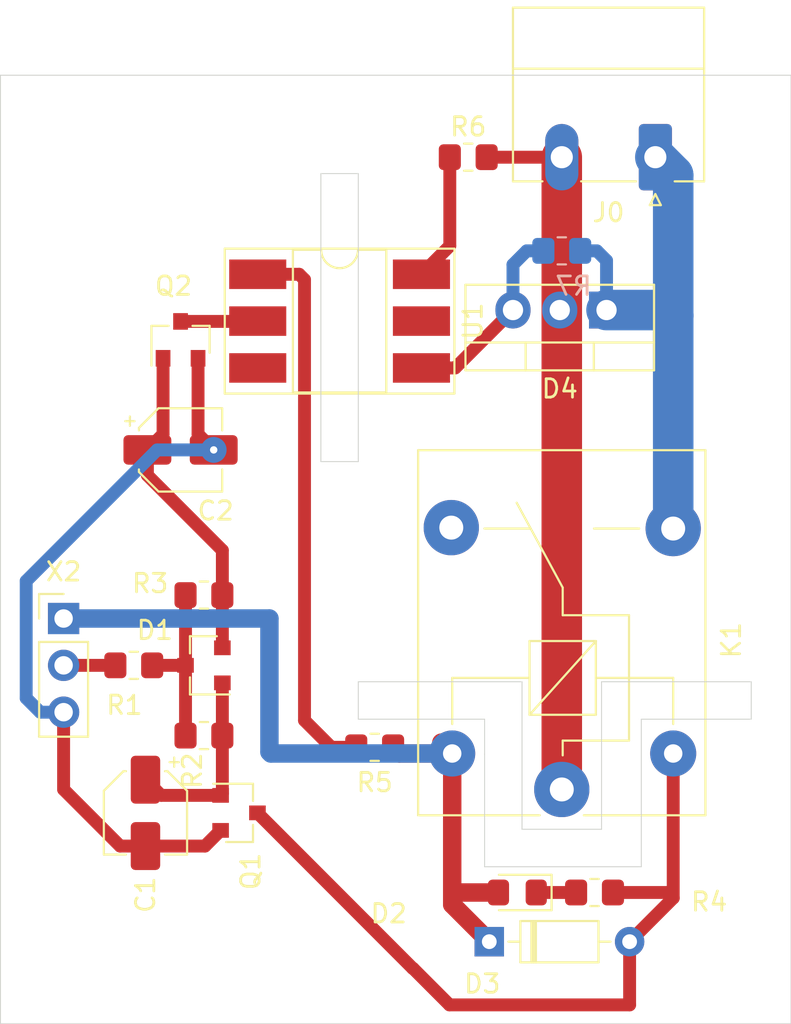
<source format=kicad_pcb>
(kicad_pcb (version 20171130) (host pcbnew "(5.1.10)-1")

  (general
    (thickness 1.6)
    (drawings 21)
    (tracks 76)
    (zones 0)
    (modules 19)
    (nets 15)
  )

  (page A4)
  (layers
    (0 F.Cu signal)
    (31 B.Cu signal)
    (32 B.Adhes user)
    (33 F.Adhes user)
    (34 B.Paste user)
    (35 F.Paste user)
    (36 B.SilkS user)
    (37 F.SilkS user)
    (38 B.Mask user)
    (39 F.Mask user)
    (40 Dwgs.User user)
    (41 Cmts.User user)
    (42 Eco1.User user)
    (43 Eco2.User user)
    (44 Edge.Cuts user)
    (45 Margin user)
    (46 B.CrtYd user)
    (47 F.CrtYd user)
    (48 B.Fab user)
    (49 F.Fab user)
  )

  (setup
    (last_trace_width 0.7)
    (trace_clearance 0.3)
    (zone_clearance 0.508)
    (zone_45_only no)
    (trace_min 0.2)
    (via_size 1.4)
    (via_drill 0.4)
    (via_min_size 0.4)
    (via_min_drill 0.3)
    (uvia_size 0.3)
    (uvia_drill 0.1)
    (uvias_allowed no)
    (uvia_min_size 0.2)
    (uvia_min_drill 0.1)
    (edge_width 0.05)
    (segment_width 0.2)
    (pcb_text_width 0.3)
    (pcb_text_size 1.5 1.5)
    (mod_edge_width 0.12)
    (mod_text_size 1 1)
    (mod_text_width 0.15)
    (pad_size 1.524 1.524)
    (pad_drill 0.762)
    (pad_to_mask_clearance 0)
    (aux_axis_origin 0 0)
    (visible_elements 7FFFFFFF)
    (pcbplotparams
      (layerselection 0x010fc_ffffffff)
      (usegerberextensions false)
      (usegerberattributes true)
      (usegerberadvancedattributes true)
      (creategerberjobfile true)
      (excludeedgelayer true)
      (linewidth 0.100000)
      (plotframeref false)
      (viasonmask false)
      (mode 1)
      (useauxorigin false)
      (hpglpennumber 1)
      (hpglpenspeed 20)
      (hpglpendiameter 15.000000)
      (psnegative false)
      (psa4output false)
      (plotreference true)
      (plotvalue true)
      (plotinvisibletext false)
      (padsonsilk false)
      (subtractmaskfromsilk false)
      (outputformat 4)
      (mirror false)
      (drillshape 0)
      (scaleselection 1)
      (outputdirectory "../Out/"))
  )

  (net 0 "")
  (net 1 GND)
  (net 2 "Net-(C1-Pad1)")
  (net 3 "Net-(C2-Pad1)")
  (net 4 "Net-(D1-Pad3)")
  (net 5 VCC)
  (net 6 "Net-(D2-Pad1)")
  (net 7 "Net-(D3-Pad2)")
  (net 8 /PWR_220_LOW_1)
  (net 9 /PWR_220_0)
  (net 10 /PWR_220_1)
  (net 11 "Net-(Q2-Pad3)")
  (net 12 "Net-(R1-Pad1)")
  (net 13 "Net-(R5-Pad2)")
  (net 14 /PWR_220_LOW_0)

  (net_class Default "This is the default net class."
    (clearance 0.3)
    (trace_width 0.7)
    (via_dia 1.4)
    (via_drill 0.4)
    (uvia_dia 0.3)
    (uvia_drill 0.1)
    (add_net /PWR_220_LOW_0)
    (add_net /PWR_220_LOW_1)
    (add_net GND)
    (add_net "Net-(C1-Pad1)")
    (add_net "Net-(C2-Pad1)")
    (add_net "Net-(D1-Pad3)")
    (add_net "Net-(D2-Pad1)")
    (add_net "Net-(D3-Pad2)")
    (add_net "Net-(Q2-Pad3)")
    (add_net "Net-(R1-Pad1)")
    (add_net "Net-(R5-Pad2)")
  )

  (net_class 220_HI ""
    (clearance 0.3)
    (trace_width 2.2)
    (via_dia 2.5)
    (via_drill 0.4)
    (uvia_dia 0.3)
    (uvia_drill 0.1)
    (add_net /PWR_220_0)
    (add_net /PWR_220_1)
  )

  (net_class GND ""
    (clearance 0.3)
    (trace_width 1)
    (via_dia 1.4)
    (via_drill 0.4)
    (uvia_dia 0.3)
    (uvia_drill 0.1)
  )

  (net_class VCC ""
    (clearance 0.3)
    (trace_width 1)
    (via_dia 1.4)
    (via_drill 0.4)
    (uvia_dia 0.3)
    (uvia_drill 0.1)
    (add_net VCC)
  )

  (module Connector_Phoenix_MC_HighVoltage:PhoenixContact_MC_1,5_2-G-5.08_1x02_P5.08mm_Horizontal (layer F.Cu) (tedit 5B784ED2) (tstamp 61C3332C)
    (at 66.04 29.21 180)
    (descr "Generic Phoenix Contact connector footprint for: MC_1,5/2-G-5.08; number of pins: 02; pin pitch: 5.08mm; Angled || order number: 1836189 8A 320V")
    (tags "phoenix_contact connector MC_01x02_G_5.08mm")
    (path /61C43FD2)
    (fp_text reference J0 (at 2.54 -3) (layer F.SilkS)
      (effects (font (size 1 1) (thickness 0.15)))
    )
    (fp_text value Conn_01x02 (at 2.54 3.175) (layer F.Fab)
      (effects (font (size 1 1) (thickness 0.15)))
    )
    (fp_line (start -2.65 -1.31) (end -2.65 8.11) (layer F.SilkS) (width 0.12))
    (fp_line (start -2.65 8.11) (end 7.73 8.11) (layer F.SilkS) (width 0.12))
    (fp_line (start 7.73 8.11) (end 7.73 -1.31) (layer F.SilkS) (width 0.12))
    (fp_line (start -2.65 -1.31) (end -1.05 -1.31) (layer F.SilkS) (width 0.12))
    (fp_line (start 7.73 -1.31) (end 6.13 -1.31) (layer F.SilkS) (width 0.12))
    (fp_line (start 1.05 -1.31) (end 4.03 -1.31) (layer F.SilkS) (width 0.12))
    (fp_line (start -2.54 -1.2) (end -2.54 8) (layer F.Fab) (width 0.1))
    (fp_line (start -2.54 8) (end 7.62 8) (layer F.Fab) (width 0.1))
    (fp_line (start 7.62 8) (end 7.62 -1.2) (layer F.Fab) (width 0.1))
    (fp_line (start 7.62 -1.2) (end -2.54 -1.2) (layer F.Fab) (width 0.1))
    (fp_line (start -2.65 4.8) (end 7.73 4.8) (layer F.SilkS) (width 0.12))
    (fp_line (start -3.15 -2.3) (end -3.15 8.5) (layer F.CrtYd) (width 0.05))
    (fp_line (start -3.15 8.5) (end 8.12 8.5) (layer F.CrtYd) (width 0.05))
    (fp_line (start 8.12 8.5) (end 8.12 -2.3) (layer F.CrtYd) (width 0.05))
    (fp_line (start 8.12 -2.3) (end -3.15 -2.3) (layer F.CrtYd) (width 0.05))
    (fp_line (start 0.3 -2.6) (end 0 -2) (layer F.SilkS) (width 0.12))
    (fp_line (start 0 -2) (end -0.3 -2.6) (layer F.SilkS) (width 0.12))
    (fp_line (start -0.3 -2.6) (end 0.3 -2.6) (layer F.SilkS) (width 0.12))
    (fp_line (start 0.8 -1.2) (end 0 0) (layer F.Fab) (width 0.1))
    (fp_line (start 0 0) (end -0.8 -1.2) (layer F.Fab) (width 0.1))
    (fp_text user %R (at 2.54 -0.5) (layer F.Fab)
      (effects (font (size 1 1) (thickness 0.15)))
    )
    (pad 2 thru_hole oval (at 5.08 0 180) (size 1.8 3.6) (drill 1.2) (layers *.Cu *.Mask)
      (net 9 /PWR_220_0))
    (pad 1 thru_hole roundrect (at 0 0 180) (size 1.8 3.6) (drill 1.2) (layers *.Cu *.Mask) (roundrect_rratio 0.1388888888888889)
      (net 10 /PWR_220_1))
    (model ${KISYS3DMOD}/Connector_Phoenix_MC_HighVoltage.3dshapes/PhoenixContact_MC_1,5_2-G-5.08_1x02_P5.08mm_Horizontal.wrl
      (at (xyz 0 0 0))
      (scale (xyz 1 1 1))
      (rotate (xyz 0 0 0))
    )
  )

  (module Relay_THT:Relay_SPDT_SANYOU_SRD_Series_Form_C (layer F.Cu) (tedit 58FA3148) (tstamp 61C33355)
    (at 60.96 63.5 90)
    (descr "relay Sanyou SRD series Form C http://www.sanyourelay.ca/public/products/pdf/SRD.pdf")
    (tags "relay Sanyu SRD form C")
    (path /61B08C1C)
    (fp_text reference K1 (at 8.1 9.2 90) (layer F.SilkS)
      (effects (font (size 1 1) (thickness 0.15)))
    )
    (fp_text value SANYOU_SRD_Form_C (at 12.065 -8.89 90) (layer F.Fab)
      (effects (font (size 1 1) (thickness 0.15)))
    )
    (fp_line (start -1.4 1.2) (end -1.4 7.8) (layer F.SilkS) (width 0.12))
    (fp_line (start -1.4 -7.8) (end -1.4 -1.2) (layer F.SilkS) (width 0.12))
    (fp_line (start -1.4 -7.8) (end 18.4 -7.8) (layer F.SilkS) (width 0.12))
    (fp_line (start 18.4 -7.8) (end 18.4 7.8) (layer F.SilkS) (width 0.12))
    (fp_line (start 18.4 7.8) (end -1.4 7.8) (layer F.SilkS) (width 0.12))
    (fp_line (start -1.3 -7.7) (end 18.3 -7.7) (layer F.Fab) (width 0.12))
    (fp_line (start 18.3 -7.7) (end 18.3 7.7) (layer F.Fab) (width 0.12))
    (fp_line (start 18.3 7.7) (end -1.3 7.7) (layer F.Fab) (width 0.12))
    (fp_line (start -1.3 7.7) (end -1.3 -7.7) (layer F.Fab) (width 0.12))
    (fp_line (start 18.55 -7.95) (end -1.55 -7.95) (layer F.CrtYd) (width 0.05))
    (fp_line (start -1.55 7.95) (end -1.55 -7.95) (layer F.CrtYd) (width 0.05))
    (fp_line (start 18.55 -7.95) (end 18.55 7.95) (layer F.CrtYd) (width 0.05))
    (fp_line (start -1.55 7.95) (end 18.55 7.95) (layer F.CrtYd) (width 0.05))
    (fp_line (start 14.15 4.2) (end 14.15 1.75) (layer F.SilkS) (width 0.12))
    (fp_line (start 14.15 -4.2) (end 14.15 -1.7) (layer F.SilkS) (width 0.12))
    (fp_line (start 3.55 6.05) (end 6.05 6.05) (layer F.SilkS) (width 0.12))
    (fp_line (start 2.65 0.05) (end 1.85 0.05) (layer F.SilkS) (width 0.12))
    (fp_line (start 6.05 -5.95) (end 3.55 -5.95) (layer F.SilkS) (width 0.12))
    (fp_line (start 9.45 0.05) (end 10.95 0.05) (layer F.SilkS) (width 0.12))
    (fp_line (start 10.95 0.05) (end 15.55 -2.45) (layer F.SilkS) (width 0.12))
    (fp_line (start 9.45 3.65) (end 2.65 3.65) (layer F.SilkS) (width 0.12))
    (fp_line (start 9.45 0.05) (end 9.45 3.65) (layer F.SilkS) (width 0.12))
    (fp_line (start 2.65 0.05) (end 2.65 3.65) (layer F.SilkS) (width 0.12))
    (fp_line (start 6.05 -5.95) (end 6.05 -1.75) (layer F.SilkS) (width 0.12))
    (fp_line (start 6.05 1.85) (end 6.05 6.05) (layer F.SilkS) (width 0.12))
    (fp_line (start 8.05 1.85) (end 4.05 -1.75) (layer F.SilkS) (width 0.12))
    (fp_line (start 4.05 1.85) (end 4.05 -1.75) (layer F.SilkS) (width 0.12))
    (fp_line (start 4.05 -1.75) (end 8.05 -1.75) (layer F.SilkS) (width 0.12))
    (fp_line (start 8.05 -1.75) (end 8.05 1.85) (layer F.SilkS) (width 0.12))
    (fp_line (start 8.05 1.85) (end 4.05 1.85) (layer F.SilkS) (width 0.12))
    (fp_text user %R (at 7.1 0.025 90) (layer F.Fab)
      (effects (font (size 1 1) (thickness 0.15)))
    )
    (fp_text user 1 (at 0 -2.3 90) (layer F.Fab)
      (effects (font (size 1 1) (thickness 0.15)))
    )
    (pad 1 thru_hole circle (at 0 0 180) (size 3 3) (drill 1.3) (layers *.Cu *.Mask)
      (net 9 /PWR_220_0))
    (pad 5 thru_hole circle (at 1.95 -5.95 180) (size 2.5 2.5) (drill 1) (layers *.Cu *.Mask)
      (net 5 VCC))
    (pad 4 thru_hole circle (at 14.2 -6 180) (size 3 3) (drill 1.3) (layers *.Cu *.Mask))
    (pad 3 thru_hole circle (at 14.15 6.05 180) (size 3 3) (drill 1.3) (layers *.Cu *.Mask)
      (net 10 /PWR_220_1))
    (pad 2 thru_hole circle (at 1.95 6.05 180) (size 2.5 2.5) (drill 1) (layers *.Cu *.Mask)
      (net 7 "Net-(D3-Pad2)"))
    (model ${KISYS3DMOD}/Relay_THT.3dshapes/Relay_SPDT_SANYOU_SRD_Series_Form_C.wrl
      (at (xyz 0 0 0))
      (scale (xyz 1 1 1))
      (rotate (xyz 0 0 0))
    )
  )

  (module Connector_PinHeader_2.54mm:PinHeader_1x03_P2.54mm_Vertical (layer F.Cu) (tedit 59FED5CC) (tstamp 61C3342F)
    (at 33.909 54.229)
    (descr "Through hole straight pin header, 1x03, 2.54mm pitch, single row")
    (tags "Through hole pin header THT 1x03 2.54mm single row")
    (path /61B91FA0)
    (fp_text reference X2 (at 0 -2.54) (layer F.SilkS)
      (effects (font (size 1 1) (thickness 0.15)))
    )
    (fp_text value Conn_01x03_Male (at -1.016 14.605 270) (layer F.Fab)
      (effects (font (size 1 1) (thickness 0.15)))
    )
    (fp_line (start -0.635 -1.27) (end 1.27 -1.27) (layer F.Fab) (width 0.1))
    (fp_line (start 1.27 -1.27) (end 1.27 6.35) (layer F.Fab) (width 0.1))
    (fp_line (start 1.27 6.35) (end -1.27 6.35) (layer F.Fab) (width 0.1))
    (fp_line (start -1.27 6.35) (end -1.27 -0.635) (layer F.Fab) (width 0.1))
    (fp_line (start -1.27 -0.635) (end -0.635 -1.27) (layer F.Fab) (width 0.1))
    (fp_line (start -1.33 6.41) (end 1.33 6.41) (layer F.SilkS) (width 0.12))
    (fp_line (start -1.33 1.27) (end -1.33 6.41) (layer F.SilkS) (width 0.12))
    (fp_line (start 1.33 1.27) (end 1.33 6.41) (layer F.SilkS) (width 0.12))
    (fp_line (start -1.33 1.27) (end 1.33 1.27) (layer F.SilkS) (width 0.12))
    (fp_line (start -1.33 0) (end -1.33 -1.33) (layer F.SilkS) (width 0.12))
    (fp_line (start -1.33 -1.33) (end 0 -1.33) (layer F.SilkS) (width 0.12))
    (fp_line (start -1.8 -1.8) (end -1.8 6.85) (layer F.CrtYd) (width 0.05))
    (fp_line (start -1.8 6.85) (end 1.8 6.85) (layer F.CrtYd) (width 0.05))
    (fp_line (start 1.8 6.85) (end 1.8 -1.8) (layer F.CrtYd) (width 0.05))
    (fp_line (start 1.8 -1.8) (end -1.8 -1.8) (layer F.CrtYd) (width 0.05))
    (fp_text user %R (at 0 2.54 90) (layer F.Fab)
      (effects (font (size 1 1) (thickness 0.15)))
    )
    (pad 3 thru_hole oval (at 0 5.08) (size 1.7 1.7) (drill 1) (layers *.Cu *.Mask)
      (net 1 GND))
    (pad 2 thru_hole oval (at 0 2.54) (size 1.7 1.7) (drill 1) (layers *.Cu *.Mask)
      (net 12 "Net-(R1-Pad1)"))
    (pad 1 thru_hole rect (at 0 0) (size 1.7 1.7) (drill 1) (layers *.Cu *.Mask)
      (net 5 VCC))
    (model ${KISYS3DMOD}/Connector_PinHeader_2.54mm.3dshapes/PinHeader_1x03_P2.54mm_Vertical.wrl
      (at (xyz 0 0 0))
      (scale (xyz 1 1 1))
      (rotate (xyz 0 0 0))
    )
  )

  (module Package_DIP:DIP-6_W8.89mm_SMDSocket_LongPads (layer F.Cu) (tedit 5A02E8C5) (tstamp 61C33418)
    (at 48.895 38.1)
    (descr "6-lead though-hole mounted DIP package, row spacing 8.89 mm (350 mils), SMDSocket, LongPads")
    (tags "THT DIP DIL PDIP 2.54mm 8.89mm 350mil SMDSocket LongPads")
    (path /61B84541)
    (attr smd)
    (fp_text reference U1 (at 7.239 0 270) (layer F.SilkS)
      (effects (font (size 1 1) (thickness 0.15)))
    )
    (fp_text value MOC3063M (at -5.461 -5.08) (layer F.Fab)
      (effects (font (size 1 1) (thickness 0.15)))
    )
    (fp_line (start -2.175 -3.81) (end 3.175 -3.81) (layer F.Fab) (width 0.1))
    (fp_line (start 3.175 -3.81) (end 3.175 3.81) (layer F.Fab) (width 0.1))
    (fp_line (start 3.175 3.81) (end -3.175 3.81) (layer F.Fab) (width 0.1))
    (fp_line (start -3.175 3.81) (end -3.175 -2.81) (layer F.Fab) (width 0.1))
    (fp_line (start -3.175 -2.81) (end -2.175 -3.81) (layer F.Fab) (width 0.1))
    (fp_line (start -5.08 -3.87) (end -5.08 3.87) (layer F.Fab) (width 0.1))
    (fp_line (start -5.08 3.87) (end 5.08 3.87) (layer F.Fab) (width 0.1))
    (fp_line (start 5.08 3.87) (end 5.08 -3.87) (layer F.Fab) (width 0.1))
    (fp_line (start 5.08 -3.87) (end -5.08 -3.87) (layer F.Fab) (width 0.1))
    (fp_line (start -1 -3.87) (end -2.535 -3.87) (layer F.SilkS) (width 0.12))
    (fp_line (start -2.535 -3.87) (end -2.535 3.87) (layer F.SilkS) (width 0.12))
    (fp_line (start -2.535 3.87) (end 2.535 3.87) (layer F.SilkS) (width 0.12))
    (fp_line (start 2.535 3.87) (end 2.535 -3.87) (layer F.SilkS) (width 0.12))
    (fp_line (start 2.535 -3.87) (end 1 -3.87) (layer F.SilkS) (width 0.12))
    (fp_line (start -6.235 -3.93) (end -6.235 3.93) (layer F.SilkS) (width 0.12))
    (fp_line (start -6.235 3.93) (end 6.235 3.93) (layer F.SilkS) (width 0.12))
    (fp_line (start 6.235 3.93) (end 6.235 -3.93) (layer F.SilkS) (width 0.12))
    (fp_line (start 6.235 -3.93) (end -6.235 -3.93) (layer F.SilkS) (width 0.12))
    (fp_line (start -6.25 -4.15) (end -6.25 4.15) (layer F.CrtYd) (width 0.05))
    (fp_line (start -6.25 4.15) (end 6.25 4.15) (layer F.CrtYd) (width 0.05))
    (fp_line (start 6.25 4.15) (end 6.25 -4.15) (layer F.CrtYd) (width 0.05))
    (fp_line (start 6.25 -4.15) (end -6.25 -4.15) (layer F.CrtYd) (width 0.05))
    (fp_text user %R (at 0 0 180) (layer F.Fab)
      (effects (font (size 1 1) (thickness 0.15)))
    )
    (fp_arc (start 0 -3.87) (end -1 -3.87) (angle -180) (layer F.SilkS) (width 0.12))
    (pad 6 smd rect (at 4.445 -2.54) (size 3.1 1.6) (layers F.Cu F.Paste F.Mask)
      (net 14 /PWR_220_LOW_0))
    (pad 3 smd rect (at -4.445 2.54) (size 3.1 1.6) (layers F.Cu F.Paste F.Mask))
    (pad 5 smd rect (at 4.445 0) (size 3.1 1.6) (layers F.Cu F.Paste F.Mask))
    (pad 2 smd rect (at -4.445 0) (size 3.1 1.6) (layers F.Cu F.Paste F.Mask)
      (net 11 "Net-(Q2-Pad3)"))
    (pad 4 smd rect (at 4.445 2.54) (size 3.1 1.6) (layers F.Cu F.Paste F.Mask)
      (net 8 /PWR_220_LOW_1))
    (pad 1 smd rect (at -4.445 -2.54) (size 3.1 1.6) (layers F.Cu F.Paste F.Mask)
      (net 13 "Net-(R5-Pad2)"))
    (model ${KISYS3DMOD}/Package_DIP.3dshapes/DIP-6_W8.89mm_SMDSocket.wrl
      (at (xyz 0 0 0))
      (scale (xyz 1 1 1))
      (rotate (xyz 0 0 0))
    )
  )

  (module Resistor_SMD:R_0805_2012Metric_Pad1.20x1.40mm_HandSolder (layer B.Cu) (tedit 5F68FEEE) (tstamp 61C333F6)
    (at 60.96 34.29)
    (descr "Resistor SMD 0805 (2012 Metric), square (rectangular) end terminal, IPC_7351 nominal with elongated pad for handsoldering. (Body size source: IPC-SM-782 page 72, https://www.pcb-3d.com/wordpress/wp-content/uploads/ipc-sm-782a_amendment_1_and_2.pdf), generated with kicad-footprint-generator")
    (tags "resistor handsolder")
    (path /61C3C3EE)
    (attr smd)
    (fp_text reference R7 (at 0.635 1.905) (layer B.SilkS)
      (effects (font (size 1 1) (thickness 0.15)) (justify mirror))
    )
    (fp_text value 360 (at 1.27 -1.905) (layer B.Fab)
      (effects (font (size 1 1) (thickness 0.15)) (justify mirror))
    )
    (fp_line (start -1 -0.625) (end -1 0.625) (layer B.Fab) (width 0.1))
    (fp_line (start -1 0.625) (end 1 0.625) (layer B.Fab) (width 0.1))
    (fp_line (start 1 0.625) (end 1 -0.625) (layer B.Fab) (width 0.1))
    (fp_line (start 1 -0.625) (end -1 -0.625) (layer B.Fab) (width 0.1))
    (fp_line (start -0.227064 0.735) (end 0.227064 0.735) (layer B.SilkS) (width 0.12))
    (fp_line (start -0.227064 -0.735) (end 0.227064 -0.735) (layer B.SilkS) (width 0.12))
    (fp_line (start -1.85 -0.95) (end -1.85 0.95) (layer B.CrtYd) (width 0.05))
    (fp_line (start -1.85 0.95) (end 1.85 0.95) (layer B.CrtYd) (width 0.05))
    (fp_line (start 1.85 0.95) (end 1.85 -0.95) (layer B.CrtYd) (width 0.05))
    (fp_line (start 1.85 -0.95) (end -1.85 -0.95) (layer B.CrtYd) (width 0.05))
    (fp_text user %R (at 0 0) (layer B.Fab)
      (effects (font (size 0.5 0.5) (thickness 0.08)) (justify mirror))
    )
    (pad 2 smd roundrect (at 1 0) (size 1.2 1.4) (layers B.Cu B.Paste B.Mask) (roundrect_rratio 0.2083325)
      (net 10 /PWR_220_1))
    (pad 1 smd roundrect (at -1 0) (size 1.2 1.4) (layers B.Cu B.Paste B.Mask) (roundrect_rratio 0.2083325)
      (net 8 /PWR_220_LOW_1))
    (model ${KISYS3DMOD}/Resistor_SMD.3dshapes/R_0805_2012Metric.wrl
      (at (xyz 0 0 0))
      (scale (xyz 1 1 1))
      (rotate (xyz 0 0 0))
    )
  )

  (module Resistor_SMD:R_0805_2012Metric_Pad1.20x1.40mm_HandSolder (layer F.Cu) (tedit 5F68FEEE) (tstamp 61C333E5)
    (at 55.88 29.21)
    (descr "Resistor SMD 0805 (2012 Metric), square (rectangular) end terminal, IPC_7351 nominal with elongated pad for handsoldering. (Body size source: IPC-SM-782 page 72, https://www.pcb-3d.com/wordpress/wp-content/uploads/ipc-sm-782a_amendment_1_and_2.pdf), generated with kicad-footprint-generator")
    (tags "resistor handsolder")
    (path /61C3653B)
    (attr smd)
    (fp_text reference R6 (at 0 -1.65) (layer F.SilkS)
      (effects (font (size 1 1) (thickness 0.15)))
    )
    (fp_text value 360 (at 0 1.65) (layer F.Fab)
      (effects (font (size 1 1) (thickness 0.15)))
    )
    (fp_line (start -1 0.625) (end -1 -0.625) (layer F.Fab) (width 0.1))
    (fp_line (start -1 -0.625) (end 1 -0.625) (layer F.Fab) (width 0.1))
    (fp_line (start 1 -0.625) (end 1 0.625) (layer F.Fab) (width 0.1))
    (fp_line (start 1 0.625) (end -1 0.625) (layer F.Fab) (width 0.1))
    (fp_line (start -0.227064 -0.735) (end 0.227064 -0.735) (layer F.SilkS) (width 0.12))
    (fp_line (start -0.227064 0.735) (end 0.227064 0.735) (layer F.SilkS) (width 0.12))
    (fp_line (start -1.85 0.95) (end -1.85 -0.95) (layer F.CrtYd) (width 0.05))
    (fp_line (start -1.85 -0.95) (end 1.85 -0.95) (layer F.CrtYd) (width 0.05))
    (fp_line (start 1.85 -0.95) (end 1.85 0.95) (layer F.CrtYd) (width 0.05))
    (fp_line (start 1.85 0.95) (end -1.85 0.95) (layer F.CrtYd) (width 0.05))
    (fp_text user %R (at 0 0) (layer F.Fab)
      (effects (font (size 0.5 0.5) (thickness 0.08)))
    )
    (pad 2 smd roundrect (at 1 0) (size 1.2 1.4) (layers F.Cu F.Paste F.Mask) (roundrect_rratio 0.2083325)
      (net 9 /PWR_220_0))
    (pad 1 smd roundrect (at -1 0) (size 1.2 1.4) (layers F.Cu F.Paste F.Mask) (roundrect_rratio 0.2083325)
      (net 14 /PWR_220_LOW_0))
    (model ${KISYS3DMOD}/Resistor_SMD.3dshapes/R_0805_2012Metric.wrl
      (at (xyz 0 0 0))
      (scale (xyz 1 1 1))
      (rotate (xyz 0 0 0))
    )
  )

  (module Resistor_SMD:R_0805_2012Metric_Pad1.20x1.40mm_HandSolder (layer F.Cu) (tedit 5F68FEEE) (tstamp 61C333D4)
    (at 50.8 61.214 180)
    (descr "Resistor SMD 0805 (2012 Metric), square (rectangular) end terminal, IPC_7351 nominal with elongated pad for handsoldering. (Body size source: IPC-SM-782 page 72, https://www.pcb-3d.com/wordpress/wp-content/uploads/ipc-sm-782a_amendment_1_and_2.pdf), generated with kicad-footprint-generator")
    (tags "resistor handsolder")
    (path /61B8A9C6)
    (attr smd)
    (fp_text reference R5 (at 0 -1.905) (layer F.SilkS)
      (effects (font (size 1 1) (thickness 0.15)))
    )
    (fp_text value 510 (at 0 -3.175) (layer F.Fab)
      (effects (font (size 1 1) (thickness 0.15)))
    )
    (fp_line (start -1 0.625) (end -1 -0.625) (layer F.Fab) (width 0.1))
    (fp_line (start -1 -0.625) (end 1 -0.625) (layer F.Fab) (width 0.1))
    (fp_line (start 1 -0.625) (end 1 0.625) (layer F.Fab) (width 0.1))
    (fp_line (start 1 0.625) (end -1 0.625) (layer F.Fab) (width 0.1))
    (fp_line (start -0.227064 -0.735) (end 0.227064 -0.735) (layer F.SilkS) (width 0.12))
    (fp_line (start -0.227064 0.735) (end 0.227064 0.735) (layer F.SilkS) (width 0.12))
    (fp_line (start -1.85 0.95) (end -1.85 -0.95) (layer F.CrtYd) (width 0.05))
    (fp_line (start -1.85 -0.95) (end 1.85 -0.95) (layer F.CrtYd) (width 0.05))
    (fp_line (start 1.85 -0.95) (end 1.85 0.95) (layer F.CrtYd) (width 0.05))
    (fp_line (start 1.85 0.95) (end -1.85 0.95) (layer F.CrtYd) (width 0.05))
    (fp_text user %R (at 0 0) (layer F.Fab)
      (effects (font (size 0.5 0.5) (thickness 0.08)))
    )
    (pad 2 smd roundrect (at 1 0 180) (size 1.2 1.4) (layers F.Cu F.Paste F.Mask) (roundrect_rratio 0.2083325)
      (net 13 "Net-(R5-Pad2)"))
    (pad 1 smd roundrect (at -1 0 180) (size 1.2 1.4) (layers F.Cu F.Paste F.Mask) (roundrect_rratio 0.2083325)
      (net 5 VCC))
    (model ${KISYS3DMOD}/Resistor_SMD.3dshapes/R_0805_2012Metric.wrl
      (at (xyz 0 0 0))
      (scale (xyz 1 1 1))
      (rotate (xyz 0 0 0))
    )
  )

  (module Resistor_SMD:R_0805_2012Metric_Pad1.20x1.40mm_HandSolder (layer F.Cu) (tedit 5F68FEEE) (tstamp 61C333C3)
    (at 62.738 69.088 180)
    (descr "Resistor SMD 0805 (2012 Metric), square (rectangular) end terminal, IPC_7351 nominal with elongated pad for handsoldering. (Body size source: IPC-SM-782 page 72, https://www.pcb-3d.com/wordpress/wp-content/uploads/ipc-sm-782a_amendment_1_and_2.pdf), generated with kicad-footprint-generator")
    (tags "resistor handsolder")
    (path /61B4780E)
    (attr smd)
    (fp_text reference R4 (at -6.223 -0.508) (layer F.SilkS)
      (effects (font (size 1 1) (thickness 0.15)))
    )
    (fp_text value 1k (at -5.969 0.889) (layer F.Fab)
      (effects (font (size 1 1) (thickness 0.15)))
    )
    (fp_line (start -1 0.625) (end -1 -0.625) (layer F.Fab) (width 0.1))
    (fp_line (start -1 -0.625) (end 1 -0.625) (layer F.Fab) (width 0.1))
    (fp_line (start 1 -0.625) (end 1 0.625) (layer F.Fab) (width 0.1))
    (fp_line (start 1 0.625) (end -1 0.625) (layer F.Fab) (width 0.1))
    (fp_line (start -0.227064 -0.735) (end 0.227064 -0.735) (layer F.SilkS) (width 0.12))
    (fp_line (start -0.227064 0.735) (end 0.227064 0.735) (layer F.SilkS) (width 0.12))
    (fp_line (start -1.85 0.95) (end -1.85 -0.95) (layer F.CrtYd) (width 0.05))
    (fp_line (start -1.85 -0.95) (end 1.85 -0.95) (layer F.CrtYd) (width 0.05))
    (fp_line (start 1.85 -0.95) (end 1.85 0.95) (layer F.CrtYd) (width 0.05))
    (fp_line (start 1.85 0.95) (end -1.85 0.95) (layer F.CrtYd) (width 0.05))
    (fp_text user %R (at 0 0) (layer F.Fab)
      (effects (font (size 0.5 0.5) (thickness 0.08)))
    )
    (pad 2 smd roundrect (at 1 0 180) (size 1.2 1.4) (layers F.Cu F.Paste F.Mask) (roundrect_rratio 0.2083325)
      (net 6 "Net-(D2-Pad1)"))
    (pad 1 smd roundrect (at -1 0 180) (size 1.2 1.4) (layers F.Cu F.Paste F.Mask) (roundrect_rratio 0.2083325)
      (net 7 "Net-(D3-Pad2)"))
    (model ${KISYS3DMOD}/Resistor_SMD.3dshapes/R_0805_2012Metric.wrl
      (at (xyz 0 0 0))
      (scale (xyz 1 1 1))
      (rotate (xyz 0 0 0))
    )
  )

  (module Resistor_SMD:R_0805_2012Metric_Pad1.20x1.40mm_HandSolder (layer F.Cu) (tedit 5F68FEEE) (tstamp 61C333B2)
    (at 41.529 52.959)
    (descr "Resistor SMD 0805 (2012 Metric), square (rectangular) end terminal, IPC_7351 nominal with elongated pad for handsoldering. (Body size source: IPC-SM-782 page 72, https://www.pcb-3d.com/wordpress/wp-content/uploads/ipc-sm-782a_amendment_1_and_2.pdf), generated with kicad-footprint-generator")
    (tags "resistor handsolder")
    (path /61B0B40D)
    (attr smd)
    (fp_text reference R3 (at -2.921 -0.635) (layer F.SilkS)
      (effects (font (size 1 1) (thickness 0.15)))
    )
    (fp_text value 100k (at -2.159 -2.159) (layer F.Fab)
      (effects (font (size 1 1) (thickness 0.15)))
    )
    (fp_line (start -1 0.625) (end -1 -0.625) (layer F.Fab) (width 0.1))
    (fp_line (start -1 -0.625) (end 1 -0.625) (layer F.Fab) (width 0.1))
    (fp_line (start 1 -0.625) (end 1 0.625) (layer F.Fab) (width 0.1))
    (fp_line (start 1 0.625) (end -1 0.625) (layer F.Fab) (width 0.1))
    (fp_line (start -0.227064 -0.735) (end 0.227064 -0.735) (layer F.SilkS) (width 0.12))
    (fp_line (start -0.227064 0.735) (end 0.227064 0.735) (layer F.SilkS) (width 0.12))
    (fp_line (start -1.85 0.95) (end -1.85 -0.95) (layer F.CrtYd) (width 0.05))
    (fp_line (start -1.85 -0.95) (end 1.85 -0.95) (layer F.CrtYd) (width 0.05))
    (fp_line (start 1.85 -0.95) (end 1.85 0.95) (layer F.CrtYd) (width 0.05))
    (fp_line (start 1.85 0.95) (end -1.85 0.95) (layer F.CrtYd) (width 0.05))
    (fp_text user %R (at 0 0) (layer F.Fab)
      (effects (font (size 0.5 0.5) (thickness 0.08)))
    )
    (pad 2 smd roundrect (at 1 0) (size 1.2 1.4) (layers F.Cu F.Paste F.Mask) (roundrect_rratio 0.2083325)
      (net 3 "Net-(C2-Pad1)"))
    (pad 1 smd roundrect (at -1 0) (size 1.2 1.4) (layers F.Cu F.Paste F.Mask) (roundrect_rratio 0.2083325)
      (net 4 "Net-(D1-Pad3)"))
    (model ${KISYS3DMOD}/Resistor_SMD.3dshapes/R_0805_2012Metric.wrl
      (at (xyz 0 0 0))
      (scale (xyz 1 1 1))
      (rotate (xyz 0 0 0))
    )
  )

  (module Resistor_SMD:R_0805_2012Metric_Pad1.20x1.40mm_HandSolder (layer F.Cu) (tedit 5F68FEEE) (tstamp 61C333A1)
    (at 41.529 60.579)
    (descr "Resistor SMD 0805 (2012 Metric), square (rectangular) end terminal, IPC_7351 nominal with elongated pad for handsoldering. (Body size source: IPC-SM-782 page 72, https://www.pcb-3d.com/wordpress/wp-content/uploads/ipc-sm-782a_amendment_1_and_2.pdf), generated with kicad-footprint-generator")
    (tags "resistor handsolder")
    (path /61B0B2EA)
    (attr smd)
    (fp_text reference R2 (at -0.635 1.905 270) (layer F.SilkS)
      (effects (font (size 1 1) (thickness 0.15)))
    )
    (fp_text value 100k (at -2.54 3.175 270) (layer F.Fab)
      (effects (font (size 1 1) (thickness 0.15)))
    )
    (fp_line (start -1 0.625) (end -1 -0.625) (layer F.Fab) (width 0.1))
    (fp_line (start -1 -0.625) (end 1 -0.625) (layer F.Fab) (width 0.1))
    (fp_line (start 1 -0.625) (end 1 0.625) (layer F.Fab) (width 0.1))
    (fp_line (start 1 0.625) (end -1 0.625) (layer F.Fab) (width 0.1))
    (fp_line (start -0.227064 -0.735) (end 0.227064 -0.735) (layer F.SilkS) (width 0.12))
    (fp_line (start -0.227064 0.735) (end 0.227064 0.735) (layer F.SilkS) (width 0.12))
    (fp_line (start -1.85 0.95) (end -1.85 -0.95) (layer F.CrtYd) (width 0.05))
    (fp_line (start -1.85 -0.95) (end 1.85 -0.95) (layer F.CrtYd) (width 0.05))
    (fp_line (start 1.85 -0.95) (end 1.85 0.95) (layer F.CrtYd) (width 0.05))
    (fp_line (start 1.85 0.95) (end -1.85 0.95) (layer F.CrtYd) (width 0.05))
    (fp_text user %R (at 0 0) (layer F.Fab)
      (effects (font (size 0.5 0.5) (thickness 0.08)))
    )
    (pad 2 smd roundrect (at 1 0) (size 1.2 1.4) (layers F.Cu F.Paste F.Mask) (roundrect_rratio 0.2083325)
      (net 2 "Net-(C1-Pad1)"))
    (pad 1 smd roundrect (at -1 0) (size 1.2 1.4) (layers F.Cu F.Paste F.Mask) (roundrect_rratio 0.2083325)
      (net 4 "Net-(D1-Pad3)"))
    (model ${KISYS3DMOD}/Resistor_SMD.3dshapes/R_0805_2012Metric.wrl
      (at (xyz 0 0 0))
      (scale (xyz 1 1 1))
      (rotate (xyz 0 0 0))
    )
  )

  (module Resistor_SMD:R_0805_2012Metric_Pad1.20x1.40mm_HandSolder (layer F.Cu) (tedit 5F68FEEE) (tstamp 61C33390)
    (at 37.719 56.769)
    (descr "Resistor SMD 0805 (2012 Metric), square (rectangular) end terminal, IPC_7351 nominal with elongated pad for handsoldering. (Body size source: IPC-SM-782 page 72, https://www.pcb-3d.com/wordpress/wp-content/uploads/ipc-sm-782a_amendment_1_and_2.pdf), generated with kicad-footprint-generator")
    (tags "resistor handsolder")
    (path /61B0A382)
    (attr smd)
    (fp_text reference R1 (at -0.508 2.159) (layer F.SilkS)
      (effects (font (size 1 1) (thickness 0.15)))
    )
    (fp_text value 1k (at 1.27 2.032) (layer F.Fab)
      (effects (font (size 1 1) (thickness 0.15)))
    )
    (fp_line (start -1 0.625) (end -1 -0.625) (layer F.Fab) (width 0.1))
    (fp_line (start -1 -0.625) (end 1 -0.625) (layer F.Fab) (width 0.1))
    (fp_line (start 1 -0.625) (end 1 0.625) (layer F.Fab) (width 0.1))
    (fp_line (start 1 0.625) (end -1 0.625) (layer F.Fab) (width 0.1))
    (fp_line (start -0.227064 -0.735) (end 0.227064 -0.735) (layer F.SilkS) (width 0.12))
    (fp_line (start -0.227064 0.735) (end 0.227064 0.735) (layer F.SilkS) (width 0.12))
    (fp_line (start -1.85 0.95) (end -1.85 -0.95) (layer F.CrtYd) (width 0.05))
    (fp_line (start -1.85 -0.95) (end 1.85 -0.95) (layer F.CrtYd) (width 0.05))
    (fp_line (start 1.85 -0.95) (end 1.85 0.95) (layer F.CrtYd) (width 0.05))
    (fp_line (start 1.85 0.95) (end -1.85 0.95) (layer F.CrtYd) (width 0.05))
    (fp_text user %R (at 0 0) (layer F.Fab)
      (effects (font (size 0.5 0.5) (thickness 0.08)))
    )
    (pad 2 smd roundrect (at 1 0) (size 1.2 1.4) (layers F.Cu F.Paste F.Mask) (roundrect_rratio 0.2083325)
      (net 4 "Net-(D1-Pad3)"))
    (pad 1 smd roundrect (at -1 0) (size 1.2 1.4) (layers F.Cu F.Paste F.Mask) (roundrect_rratio 0.2083325)
      (net 12 "Net-(R1-Pad1)"))
    (model ${KISYS3DMOD}/Resistor_SMD.3dshapes/R_0805_2012Metric.wrl
      (at (xyz 0 0 0))
      (scale (xyz 1 1 1))
      (rotate (xyz 0 0 0))
    )
  )

  (module Package_TO_SOT_SMD:SOT-23 (layer F.Cu) (tedit 5A02FF57) (tstamp 61C3337F)
    (at 40.259 39.116 90)
    (descr "SOT-23, Standard")
    (tags SOT-23)
    (path /61B244B0)
    (attr smd)
    (fp_text reference Q2 (at 2.921 -0.381 180) (layer F.SilkS)
      (effects (font (size 1 1) (thickness 0.15)))
    )
    (fp_text value IRLML2060 (at 1.778 -2.54 90) (layer F.Fab)
      (effects (font (size 1 1) (thickness 0.15)))
    )
    (fp_line (start -0.7 -0.95) (end -0.7 1.5) (layer F.Fab) (width 0.1))
    (fp_line (start -0.15 -1.52) (end 0.7 -1.52) (layer F.Fab) (width 0.1))
    (fp_line (start -0.7 -0.95) (end -0.15 -1.52) (layer F.Fab) (width 0.1))
    (fp_line (start 0.7 -1.52) (end 0.7 1.52) (layer F.Fab) (width 0.1))
    (fp_line (start -0.7 1.52) (end 0.7 1.52) (layer F.Fab) (width 0.1))
    (fp_line (start 0.76 1.58) (end 0.76 0.65) (layer F.SilkS) (width 0.12))
    (fp_line (start 0.76 -1.58) (end 0.76 -0.65) (layer F.SilkS) (width 0.12))
    (fp_line (start -1.7 -1.75) (end 1.7 -1.75) (layer F.CrtYd) (width 0.05))
    (fp_line (start 1.7 -1.75) (end 1.7 1.75) (layer F.CrtYd) (width 0.05))
    (fp_line (start 1.7 1.75) (end -1.7 1.75) (layer F.CrtYd) (width 0.05))
    (fp_line (start -1.7 1.75) (end -1.7 -1.75) (layer F.CrtYd) (width 0.05))
    (fp_line (start 0.76 -1.58) (end -1.4 -1.58) (layer F.SilkS) (width 0.12))
    (fp_line (start 0.76 1.58) (end -0.7 1.58) (layer F.SilkS) (width 0.12))
    (fp_text user %R (at 0 0) (layer F.Fab)
      (effects (font (size 0.5 0.5) (thickness 0.075)))
    )
    (pad 3 smd rect (at 1 0 90) (size 0.9 0.8) (layers F.Cu F.Paste F.Mask)
      (net 11 "Net-(Q2-Pad3)"))
    (pad 2 smd rect (at -1 0.95 90) (size 0.9 0.8) (layers F.Cu F.Paste F.Mask)
      (net 1 GND))
    (pad 1 smd rect (at -1 -0.95 90) (size 0.9 0.8) (layers F.Cu F.Paste F.Mask)
      (net 3 "Net-(C2-Pad1)"))
    (model ${KISYS3DMOD}/Package_TO_SOT_SMD.3dshapes/SOT-23.wrl
      (at (xyz 0 0 0))
      (scale (xyz 1 1 1))
      (rotate (xyz 0 0 0))
    )
  )

  (module Package_TO_SOT_SMD:SOT-23 (layer F.Cu) (tedit 5A02FF57) (tstamp 61C3336A)
    (at 43.434 64.77)
    (descr "SOT-23, Standard")
    (tags SOT-23)
    (path /61B12D2A)
    (attr smd)
    (fp_text reference Q1 (at 0.635 3.175 270) (layer F.SilkS)
      (effects (font (size 1 1) (thickness 0.15)))
    )
    (fp_text value IRLML2060 (at -1.27 6.35 270) (layer F.Fab)
      (effects (font (size 1 1) (thickness 0.15)))
    )
    (fp_line (start -0.7 -0.95) (end -0.7 1.5) (layer F.Fab) (width 0.1))
    (fp_line (start -0.15 -1.52) (end 0.7 -1.52) (layer F.Fab) (width 0.1))
    (fp_line (start -0.7 -0.95) (end -0.15 -1.52) (layer F.Fab) (width 0.1))
    (fp_line (start 0.7 -1.52) (end 0.7 1.52) (layer F.Fab) (width 0.1))
    (fp_line (start -0.7 1.52) (end 0.7 1.52) (layer F.Fab) (width 0.1))
    (fp_line (start 0.76 1.58) (end 0.76 0.65) (layer F.SilkS) (width 0.12))
    (fp_line (start 0.76 -1.58) (end 0.76 -0.65) (layer F.SilkS) (width 0.12))
    (fp_line (start -1.7 -1.75) (end 1.7 -1.75) (layer F.CrtYd) (width 0.05))
    (fp_line (start 1.7 -1.75) (end 1.7 1.75) (layer F.CrtYd) (width 0.05))
    (fp_line (start 1.7 1.75) (end -1.7 1.75) (layer F.CrtYd) (width 0.05))
    (fp_line (start -1.7 1.75) (end -1.7 -1.75) (layer F.CrtYd) (width 0.05))
    (fp_line (start 0.76 -1.58) (end -1.4 -1.58) (layer F.SilkS) (width 0.12))
    (fp_line (start 0.76 1.58) (end -0.7 1.58) (layer F.SilkS) (width 0.12))
    (fp_text user %R (at 0 0 90) (layer F.Fab)
      (effects (font (size 0.5 0.5) (thickness 0.075)))
    )
    (pad 3 smd rect (at 1 0) (size 0.9 0.8) (layers F.Cu F.Paste F.Mask)
      (net 7 "Net-(D3-Pad2)"))
    (pad 2 smd rect (at -1 0.95) (size 0.9 0.8) (layers F.Cu F.Paste F.Mask)
      (net 1 GND))
    (pad 1 smd rect (at -1 -0.95) (size 0.9 0.8) (layers F.Cu F.Paste F.Mask)
      (net 2 "Net-(C1-Pad1)"))
    (model ${KISYS3DMOD}/Package_TO_SOT_SMD.3dshapes/SOT-23.wrl
      (at (xyz 0 0 0))
      (scale (xyz 1 1 1))
      (rotate (xyz 0 0 0))
    )
  )

  (module Package_TO_SOT_THT:TO-220-3_Vertical (layer F.Cu) (tedit 5AC8BA0D) (tstamp 61C33311)
    (at 63.39 37.5 180)
    (descr "TO-220-3, Vertical, RM 2.54mm, see https://www.vishay.com/docs/66542/to-220-1.pdf")
    (tags "TO-220-3 Vertical RM 2.54mm")
    (path /61B31627)
    (fp_text reference D4 (at 2.54 -4.27) (layer F.SilkS)
      (effects (font (size 1 1) (thickness 0.15)))
    )
    (fp_text value BTA16-600BRG (at -6.46 -0.6 90) (layer F.Fab)
      (effects (font (size 1 1) (thickness 0.15)))
    )
    (fp_line (start -2.46 -3.15) (end -2.46 1.25) (layer F.Fab) (width 0.1))
    (fp_line (start -2.46 1.25) (end 7.54 1.25) (layer F.Fab) (width 0.1))
    (fp_line (start 7.54 1.25) (end 7.54 -3.15) (layer F.Fab) (width 0.1))
    (fp_line (start 7.54 -3.15) (end -2.46 -3.15) (layer F.Fab) (width 0.1))
    (fp_line (start -2.46 -1.88) (end 7.54 -1.88) (layer F.Fab) (width 0.1))
    (fp_line (start 0.69 -3.15) (end 0.69 -1.88) (layer F.Fab) (width 0.1))
    (fp_line (start 4.39 -3.15) (end 4.39 -1.88) (layer F.Fab) (width 0.1))
    (fp_line (start -2.58 -3.27) (end 7.66 -3.27) (layer F.SilkS) (width 0.12))
    (fp_line (start -2.58 1.371) (end 7.66 1.371) (layer F.SilkS) (width 0.12))
    (fp_line (start -2.58 -3.27) (end -2.58 1.371) (layer F.SilkS) (width 0.12))
    (fp_line (start 7.66 -3.27) (end 7.66 1.371) (layer F.SilkS) (width 0.12))
    (fp_line (start -2.58 -1.76) (end 7.66 -1.76) (layer F.SilkS) (width 0.12))
    (fp_line (start 0.69 -3.27) (end 0.69 -1.76) (layer F.SilkS) (width 0.12))
    (fp_line (start 4.391 -3.27) (end 4.391 -1.76) (layer F.SilkS) (width 0.12))
    (fp_line (start -2.71 -3.4) (end -2.71 1.51) (layer F.CrtYd) (width 0.05))
    (fp_line (start -2.71 1.51) (end 7.79 1.51) (layer F.CrtYd) (width 0.05))
    (fp_line (start 7.79 1.51) (end 7.79 -3.4) (layer F.CrtYd) (width 0.05))
    (fp_line (start 7.79 -3.4) (end -2.71 -3.4) (layer F.CrtYd) (width 0.05))
    (fp_text user %R (at 2.54 -4.27) (layer F.Fab)
      (effects (font (size 1 1) (thickness 0.15)))
    )
    (pad 3 thru_hole oval (at 5.08 0 180) (size 1.905 2) (drill 1.1) (layers *.Cu *.Mask)
      (net 8 /PWR_220_LOW_1))
    (pad 2 thru_hole oval (at 2.54 0 180) (size 1.905 2) (drill 1.1) (layers *.Cu *.Mask)
      (net 9 /PWR_220_0))
    (pad 1 thru_hole rect (at 0 0 180) (size 1.905 2) (drill 1.1) (layers *.Cu *.Mask)
      (net 10 /PWR_220_1))
    (model ${KISYS3DMOD}/Package_TO_SOT_THT.3dshapes/TO-220-3_Vertical.wrl
      (at (xyz 0 0 0))
      (scale (xyz 1 1 1))
      (rotate (xyz 0 0 0))
    )
  )

  (module Diode_THT:D_DO-35_SOD27_P7.62mm_Horizontal (layer F.Cu) (tedit 5AE50CD5) (tstamp 61C332F7)
    (at 57.023 71.755)
    (descr "Diode, DO-35_SOD27 series, Axial, Horizontal, pin pitch=7.62mm, , length*diameter=4*2mm^2, , http://www.diodes.com/_files/packages/DO-35.pdf")
    (tags "Diode DO-35_SOD27 series Axial Horizontal pin pitch 7.62mm  length 4mm diameter 2mm")
    (path /61B416F6)
    (fp_text reference D3 (at -0.381 2.286) (layer F.SilkS)
      (effects (font (size 1 1) (thickness 0.15)))
    )
    (fp_text value 1N4148 (at 4.953 2.54) (layer F.Fab)
      (effects (font (size 1 1) (thickness 0.15)))
    )
    (fp_line (start 1.81 -1) (end 1.81 1) (layer F.Fab) (width 0.1))
    (fp_line (start 1.81 1) (end 5.81 1) (layer F.Fab) (width 0.1))
    (fp_line (start 5.81 1) (end 5.81 -1) (layer F.Fab) (width 0.1))
    (fp_line (start 5.81 -1) (end 1.81 -1) (layer F.Fab) (width 0.1))
    (fp_line (start 0 0) (end 1.81 0) (layer F.Fab) (width 0.1))
    (fp_line (start 7.62 0) (end 5.81 0) (layer F.Fab) (width 0.1))
    (fp_line (start 2.41 -1) (end 2.41 1) (layer F.Fab) (width 0.1))
    (fp_line (start 2.51 -1) (end 2.51 1) (layer F.Fab) (width 0.1))
    (fp_line (start 2.31 -1) (end 2.31 1) (layer F.Fab) (width 0.1))
    (fp_line (start 1.69 -1.12) (end 1.69 1.12) (layer F.SilkS) (width 0.12))
    (fp_line (start 1.69 1.12) (end 5.93 1.12) (layer F.SilkS) (width 0.12))
    (fp_line (start 5.93 1.12) (end 5.93 -1.12) (layer F.SilkS) (width 0.12))
    (fp_line (start 5.93 -1.12) (end 1.69 -1.12) (layer F.SilkS) (width 0.12))
    (fp_line (start 1.04 0) (end 1.69 0) (layer F.SilkS) (width 0.12))
    (fp_line (start 6.58 0) (end 5.93 0) (layer F.SilkS) (width 0.12))
    (fp_line (start 2.41 -1.12) (end 2.41 1.12) (layer F.SilkS) (width 0.12))
    (fp_line (start 2.53 -1.12) (end 2.53 1.12) (layer F.SilkS) (width 0.12))
    (fp_line (start 2.29 -1.12) (end 2.29 1.12) (layer F.SilkS) (width 0.12))
    (fp_line (start -1.05 -1.25) (end -1.05 1.25) (layer F.CrtYd) (width 0.05))
    (fp_line (start -1.05 1.25) (end 8.67 1.25) (layer F.CrtYd) (width 0.05))
    (fp_line (start 8.67 1.25) (end 8.67 -1.25) (layer F.CrtYd) (width 0.05))
    (fp_line (start 8.67 -1.25) (end -1.05 -1.25) (layer F.CrtYd) (width 0.05))
    (fp_text user %R (at 4.11 0) (layer F.Fab)
      (effects (font (size 0.8 0.8) (thickness 0.12)))
    )
    (pad 2 thru_hole oval (at 7.62 0) (size 1.6 1.6) (drill 0.8) (layers *.Cu *.Mask)
      (net 7 "Net-(D3-Pad2)"))
    (pad 1 thru_hole rect (at 0 0) (size 1.6 1.6) (drill 0.8) (layers *.Cu *.Mask)
      (net 5 VCC))
    (model ${KISYS3DMOD}/Diode_THT.3dshapes/D_DO-35_SOD27_P7.62mm_Horizontal.wrl
      (at (xyz 0 0 0))
      (scale (xyz 1 1 1))
      (rotate (xyz 0 0 0))
    )
  )

  (module Diode_SMD:D_0805_2012Metric_Pad1.15x1.40mm_HandSolder (layer F.Cu) (tedit 5F68FEF0) (tstamp 61C332D8)
    (at 58.547 69.088 180)
    (descr "Diode SMD 0805 (2012 Metric), square (rectangular) end terminal, IPC_7351 nominal, (Body size source: https://docs.google.com/spreadsheets/d/1BsfQQcO9C6DZCsRaXUlFlo91Tg2WpOkGARC1WS5S8t0/edit?usp=sharing), generated with kicad-footprint-generator")
    (tags "diode handsolder")
    (path /61B45427)
    (attr smd)
    (fp_text reference D2 (at 6.985 -1.143) (layer F.SilkS)
      (effects (font (size 1 1) (thickness 0.15)))
    )
    (fp_text value LED (at 8.763 0.381) (layer F.Fab)
      (effects (font (size 1 1) (thickness 0.15)))
    )
    (fp_line (start 1 -0.6) (end -0.7 -0.6) (layer F.Fab) (width 0.1))
    (fp_line (start -0.7 -0.6) (end -1 -0.3) (layer F.Fab) (width 0.1))
    (fp_line (start -1 -0.3) (end -1 0.6) (layer F.Fab) (width 0.1))
    (fp_line (start -1 0.6) (end 1 0.6) (layer F.Fab) (width 0.1))
    (fp_line (start 1 0.6) (end 1 -0.6) (layer F.Fab) (width 0.1))
    (fp_line (start 1 -0.96) (end -1.86 -0.96) (layer F.SilkS) (width 0.12))
    (fp_line (start -1.86 -0.96) (end -1.86 0.96) (layer F.SilkS) (width 0.12))
    (fp_line (start -1.86 0.96) (end 1 0.96) (layer F.SilkS) (width 0.12))
    (fp_line (start -1.85 0.95) (end -1.85 -0.95) (layer F.CrtYd) (width 0.05))
    (fp_line (start -1.85 -0.95) (end 1.85 -0.95) (layer F.CrtYd) (width 0.05))
    (fp_line (start 1.85 -0.95) (end 1.85 0.95) (layer F.CrtYd) (width 0.05))
    (fp_line (start 1.85 0.95) (end -1.85 0.95) (layer F.CrtYd) (width 0.05))
    (fp_text user %R (at 0 0) (layer F.Fab)
      (effects (font (size 0.5 0.5) (thickness 0.08)))
    )
    (pad 2 smd roundrect (at 1.025 0 180) (size 1.15 1.4) (layers F.Cu F.Paste F.Mask) (roundrect_rratio 0.2173904347826087)
      (net 5 VCC))
    (pad 1 smd roundrect (at -1.025 0 180) (size 1.15 1.4) (layers F.Cu F.Paste F.Mask) (roundrect_rratio 0.2173904347826087)
      (net 6 "Net-(D2-Pad1)"))
    (model ${KISYS3DMOD}/Diode_SMD.3dshapes/D_0805_2012Metric.wrl
      (at (xyz 0 0 0))
      (scale (xyz 1 1 1))
      (rotate (xyz 0 0 0))
    )
  )

  (module Package_TO_SOT_SMD:SOT-23 (layer F.Cu) (tedit 5A02FF57) (tstamp 61C332C5)
    (at 41.529 56.769 180)
    (descr "SOT-23, Standard")
    (tags SOT-23)
    (path /61B0C80D)
    (attr smd)
    (fp_text reference D1 (at 2.667 1.905) (layer F.SilkS)
      (effects (font (size 1 1) (thickness 0.15)))
    )
    (fp_text value BAV99 (at -2.54 0 270) (layer F.Fab)
      (effects (font (size 1 1) (thickness 0.15)))
    )
    (fp_line (start -0.7 -0.95) (end -0.7 1.5) (layer F.Fab) (width 0.1))
    (fp_line (start -0.15 -1.52) (end 0.7 -1.52) (layer F.Fab) (width 0.1))
    (fp_line (start -0.7 -0.95) (end -0.15 -1.52) (layer F.Fab) (width 0.1))
    (fp_line (start 0.7 -1.52) (end 0.7 1.52) (layer F.Fab) (width 0.1))
    (fp_line (start -0.7 1.52) (end 0.7 1.52) (layer F.Fab) (width 0.1))
    (fp_line (start 0.76 1.58) (end 0.76 0.65) (layer F.SilkS) (width 0.12))
    (fp_line (start 0.76 -1.58) (end 0.76 -0.65) (layer F.SilkS) (width 0.12))
    (fp_line (start -1.7 -1.75) (end 1.7 -1.75) (layer F.CrtYd) (width 0.05))
    (fp_line (start 1.7 -1.75) (end 1.7 1.75) (layer F.CrtYd) (width 0.05))
    (fp_line (start 1.7 1.75) (end -1.7 1.75) (layer F.CrtYd) (width 0.05))
    (fp_line (start -1.7 1.75) (end -1.7 -1.75) (layer F.CrtYd) (width 0.05))
    (fp_line (start 0.76 -1.58) (end -1.4 -1.58) (layer F.SilkS) (width 0.12))
    (fp_line (start 0.76 1.58) (end -0.7 1.58) (layer F.SilkS) (width 0.12))
    (fp_text user %R (at 0 0 90) (layer F.Fab)
      (effects (font (size 0.5 0.5) (thickness 0.075)))
    )
    (pad 3 smd rect (at 1 0 180) (size 0.9 0.8) (layers F.Cu F.Paste F.Mask)
      (net 4 "Net-(D1-Pad3)"))
    (pad 2 smd rect (at -1 0.95 180) (size 0.9 0.8) (layers F.Cu F.Paste F.Mask)
      (net 3 "Net-(C2-Pad1)"))
    (pad 1 smd rect (at -1 -0.95 180) (size 0.9 0.8) (layers F.Cu F.Paste F.Mask)
      (net 2 "Net-(C1-Pad1)"))
    (model ${KISYS3DMOD}/Package_TO_SOT_SMD.3dshapes/SOT-23.wrl
      (at (xyz 0 0 0))
      (scale (xyz 1 1 1))
      (rotate (xyz 0 0 0))
    )
  )

  (module Capacitor_SMD:CP_Elec_4x5.4 (layer F.Cu) (tedit 5BCA39CF) (tstamp 61C332B0)
    (at 40.259 45.085)
    (descr "SMD capacitor, aluminum electrolytic, Panasonic A5 / Nichicon, 4.0x5.4mm")
    (tags "capacitor electrolytic")
    (path /61B244B6)
    (attr smd)
    (fp_text reference C2 (at 1.905 3.302) (layer F.SilkS)
      (effects (font (size 1 1) (thickness 0.15)))
    )
    (fp_text value 1u (at 3.81 2.032 180) (layer F.Fab)
      (effects (font (size 1 1) (thickness 0.15)))
    )
    (fp_circle (center 0 0) (end 2 0) (layer F.Fab) (width 0.1))
    (fp_line (start 2.15 -2.15) (end 2.15 2.15) (layer F.Fab) (width 0.1))
    (fp_line (start -1.15 -2.15) (end 2.15 -2.15) (layer F.Fab) (width 0.1))
    (fp_line (start -1.15 2.15) (end 2.15 2.15) (layer F.Fab) (width 0.1))
    (fp_line (start -2.15 -1.15) (end -2.15 1.15) (layer F.Fab) (width 0.1))
    (fp_line (start -2.15 -1.15) (end -1.15 -2.15) (layer F.Fab) (width 0.1))
    (fp_line (start -2.15 1.15) (end -1.15 2.15) (layer F.Fab) (width 0.1))
    (fp_line (start -1.574773 -1) (end -1.174773 -1) (layer F.Fab) (width 0.1))
    (fp_line (start -1.374773 -1.2) (end -1.374773 -0.8) (layer F.Fab) (width 0.1))
    (fp_line (start 2.26 2.26) (end 2.26 1.06) (layer F.SilkS) (width 0.12))
    (fp_line (start 2.26 -2.26) (end 2.26 -1.06) (layer F.SilkS) (width 0.12))
    (fp_line (start -1.195563 -2.26) (end 2.26 -2.26) (layer F.SilkS) (width 0.12))
    (fp_line (start -1.195563 2.26) (end 2.26 2.26) (layer F.SilkS) (width 0.12))
    (fp_line (start -2.26 1.195563) (end -2.26 1.06) (layer F.SilkS) (width 0.12))
    (fp_line (start -2.26 -1.195563) (end -2.26 -1.06) (layer F.SilkS) (width 0.12))
    (fp_line (start -2.26 -1.195563) (end -1.195563 -2.26) (layer F.SilkS) (width 0.12))
    (fp_line (start -2.26 1.195563) (end -1.195563 2.26) (layer F.SilkS) (width 0.12))
    (fp_line (start -3 -1.56) (end -2.5 -1.56) (layer F.SilkS) (width 0.12))
    (fp_line (start -2.75 -1.81) (end -2.75 -1.31) (layer F.SilkS) (width 0.12))
    (fp_line (start 2.4 -2.4) (end 2.4 -1.05) (layer F.CrtYd) (width 0.05))
    (fp_line (start 2.4 -1.05) (end 3.35 -1.05) (layer F.CrtYd) (width 0.05))
    (fp_line (start 3.35 -1.05) (end 3.35 1.05) (layer F.CrtYd) (width 0.05))
    (fp_line (start 3.35 1.05) (end 2.4 1.05) (layer F.CrtYd) (width 0.05))
    (fp_line (start 2.4 1.05) (end 2.4 2.4) (layer F.CrtYd) (width 0.05))
    (fp_line (start -1.25 2.4) (end 2.4 2.4) (layer F.CrtYd) (width 0.05))
    (fp_line (start -1.25 -2.4) (end 2.4 -2.4) (layer F.CrtYd) (width 0.05))
    (fp_line (start -2.4 1.25) (end -1.25 2.4) (layer F.CrtYd) (width 0.05))
    (fp_line (start -2.4 -1.25) (end -1.25 -2.4) (layer F.CrtYd) (width 0.05))
    (fp_line (start -2.4 -1.25) (end -2.4 -1.05) (layer F.CrtYd) (width 0.05))
    (fp_line (start -2.4 1.05) (end -2.4 1.25) (layer F.CrtYd) (width 0.05))
    (fp_line (start -2.4 -1.05) (end -3.35 -1.05) (layer F.CrtYd) (width 0.05))
    (fp_line (start -3.35 -1.05) (end -3.35 1.05) (layer F.CrtYd) (width 0.05))
    (fp_line (start -3.35 1.05) (end -2.4 1.05) (layer F.CrtYd) (width 0.05))
    (fp_text user %R (at 0 0) (layer F.Fab)
      (effects (font (size 0.8 0.8) (thickness 0.12)))
    )
    (pad 2 smd roundrect (at 1.8 0) (size 2.6 1.6) (layers F.Cu F.Paste F.Mask) (roundrect_rratio 0.15625)
      (net 1 GND))
    (pad 1 smd roundrect (at -1.8 0) (size 2.6 1.6) (layers F.Cu F.Paste F.Mask) (roundrect_rratio 0.15625)
      (net 3 "Net-(C2-Pad1)"))
    (model ${KISYS3DMOD}/Capacitor_SMD.3dshapes/CP_Elec_4x5.4.wrl
      (at (xyz 0 0 0))
      (scale (xyz 1 1 1))
      (rotate (xyz 0 0 0))
    )
  )

  (module Capacitor_SMD:CP_Elec_4x5.4 (layer F.Cu) (tedit 5BCA39CF) (tstamp 61C33288)
    (at 38.354 64.77 270)
    (descr "SMD capacitor, aluminum electrolytic, Panasonic A5 / Nichicon, 4.0x5.4mm")
    (tags "capacitor electrolytic")
    (path /61B19830)
    (attr smd)
    (fp_text reference C1 (at 4.445 0 90) (layer F.SilkS)
      (effects (font (size 1 1) (thickness 0.15)))
    )
    (fp_text value 1u (at 4.445 1.27 90) (layer F.Fab)
      (effects (font (size 1 1) (thickness 0.15)))
    )
    (fp_circle (center 0 0) (end 2 0) (layer F.Fab) (width 0.1))
    (fp_line (start 2.15 -2.15) (end 2.15 2.15) (layer F.Fab) (width 0.1))
    (fp_line (start -1.15 -2.15) (end 2.15 -2.15) (layer F.Fab) (width 0.1))
    (fp_line (start -1.15 2.15) (end 2.15 2.15) (layer F.Fab) (width 0.1))
    (fp_line (start -2.15 -1.15) (end -2.15 1.15) (layer F.Fab) (width 0.1))
    (fp_line (start -2.15 -1.15) (end -1.15 -2.15) (layer F.Fab) (width 0.1))
    (fp_line (start -2.15 1.15) (end -1.15 2.15) (layer F.Fab) (width 0.1))
    (fp_line (start -1.574773 -1) (end -1.174773 -1) (layer F.Fab) (width 0.1))
    (fp_line (start -1.374773 -1.2) (end -1.374773 -0.8) (layer F.Fab) (width 0.1))
    (fp_line (start 2.26 2.26) (end 2.26 1.06) (layer F.SilkS) (width 0.12))
    (fp_line (start 2.26 -2.26) (end 2.26 -1.06) (layer F.SilkS) (width 0.12))
    (fp_line (start -1.195563 -2.26) (end 2.26 -2.26) (layer F.SilkS) (width 0.12))
    (fp_line (start -1.195563 2.26) (end 2.26 2.26) (layer F.SilkS) (width 0.12))
    (fp_line (start -2.26 1.195563) (end -2.26 1.06) (layer F.SilkS) (width 0.12))
    (fp_line (start -2.26 -1.195563) (end -2.26 -1.06) (layer F.SilkS) (width 0.12))
    (fp_line (start -2.26 -1.195563) (end -1.195563 -2.26) (layer F.SilkS) (width 0.12))
    (fp_line (start -2.26 1.195563) (end -1.195563 2.26) (layer F.SilkS) (width 0.12))
    (fp_line (start -3 -1.56) (end -2.5 -1.56) (layer F.SilkS) (width 0.12))
    (fp_line (start -2.75 -1.81) (end -2.75 -1.31) (layer F.SilkS) (width 0.12))
    (fp_line (start 2.4 -2.4) (end 2.4 -1.05) (layer F.CrtYd) (width 0.05))
    (fp_line (start 2.4 -1.05) (end 3.35 -1.05) (layer F.CrtYd) (width 0.05))
    (fp_line (start 3.35 -1.05) (end 3.35 1.05) (layer F.CrtYd) (width 0.05))
    (fp_line (start 3.35 1.05) (end 2.4 1.05) (layer F.CrtYd) (width 0.05))
    (fp_line (start 2.4 1.05) (end 2.4 2.4) (layer F.CrtYd) (width 0.05))
    (fp_line (start -1.25 2.4) (end 2.4 2.4) (layer F.CrtYd) (width 0.05))
    (fp_line (start -1.25 -2.4) (end 2.4 -2.4) (layer F.CrtYd) (width 0.05))
    (fp_line (start -2.4 1.25) (end -1.25 2.4) (layer F.CrtYd) (width 0.05))
    (fp_line (start -2.4 -1.25) (end -1.25 -2.4) (layer F.CrtYd) (width 0.05))
    (fp_line (start -2.4 -1.25) (end -2.4 -1.05) (layer F.CrtYd) (width 0.05))
    (fp_line (start -2.4 1.05) (end -2.4 1.25) (layer F.CrtYd) (width 0.05))
    (fp_line (start -2.4 -1.05) (end -3.35 -1.05) (layer F.CrtYd) (width 0.05))
    (fp_line (start -3.35 -1.05) (end -3.35 1.05) (layer F.CrtYd) (width 0.05))
    (fp_line (start -3.35 1.05) (end -2.4 1.05) (layer F.CrtYd) (width 0.05))
    (fp_text user %R (at 0 0 90) (layer F.Fab)
      (effects (font (size 0.8 0.8) (thickness 0.12)))
    )
    (pad 2 smd roundrect (at 1.8 0 270) (size 2.6 1.6) (layers F.Cu F.Paste F.Mask) (roundrect_rratio 0.15625)
      (net 1 GND))
    (pad 1 smd roundrect (at -1.8 0 270) (size 2.6 1.6) (layers F.Cu F.Paste F.Mask) (roundrect_rratio 0.15625)
      (net 2 "Net-(C1-Pad1)"))
    (model ${KISYS3DMOD}/Capacitor_SMD.3dshapes/CP_Elec_4x5.4.wrl
      (at (xyz 0 0 0))
      (scale (xyz 1 1 1))
      (rotate (xyz 0 0 0))
    )
  )

  (gr_line (start 73.406 76.2) (end 30.48 76.2) (layer Edge.Cuts) (width 0.05))
  (gr_line (start 73.406 24.765) (end 73.406 76.2) (layer Edge.Cuts) (width 0.05))
  (gr_line (start 30.48 76.2) (end 30.48 24.765) (layer Edge.Cuts) (width 0.05))
  (gr_line (start 73.406 24.765) (end 30.48 24.765) (layer Edge.Cuts) (width 0.05))
  (gr_line (start 47.879 45.72) (end 49.911 45.72) (layer Edge.Cuts) (width 0.05))
  (gr_line (start 56.769 59.69) (end 49.911 59.69) (layer Edge.Cuts) (width 0.05) (tstamp 61C380E5))
  (gr_line (start 49.911 57.658) (end 49.911 59.69) (layer Edge.Cuts) (width 0.05))
  (gr_line (start 49.911 30.099) (end 49.911 45.72) (layer Edge.Cuts) (width 0.05))
  (gr_line (start 58.801 57.658) (end 49.911 57.658) (layer Edge.Cuts) (width 0.05))
  (gr_line (start 47.879 30.099) (end 47.879 45.72) (layer Edge.Cuts) (width 0.05))
  (gr_line (start 47.879 30.099) (end 49.911 30.099) (layer Edge.Cuts) (width 0.05) (tstamp 61C3801C))
  (gr_line (start 71.247 57.658) (end 71.247 59.69) (layer Edge.Cuts) (width 0.05))
  (gr_line (start 63.119 57.658) (end 71.247 57.658) (layer Edge.Cuts) (width 0.05))
  (gr_line (start 63.119 57.658) (end 63.119 65.659) (layer Edge.Cuts) (width 0.05) (tstamp 61C35772))
  (gr_line (start 58.801 57.658) (end 58.801 65.659) (layer Edge.Cuts) (width 0.05) (tstamp 61C35772))
  (gr_line (start 56.769 67.691) (end 65.278 67.691) (layer Edge.Cuts) (width 0.05))
  (gr_line (start 56.769 61.595) (end 56.769 67.691) (layer Edge.Cuts) (width 0.05))
  (gr_line (start 58.801 65.659) (end 63.119 65.659) (layer Edge.Cuts) (width 0.05))
  (gr_line (start 65.278 59.69) (end 71.247 59.69) (layer Edge.Cuts) (width 0.05))
  (gr_line (start 65.278 67.691) (end 65.278 59.69) (layer Edge.Cuts) (width 0.05))
  (gr_line (start 56.769 61.595) (end 56.769 59.69) (layer Edge.Cuts) (width 0.05))

  (segment (start 41.209 44.235) (end 42.059 45.085) (width 0.7) (layer F.Cu) (net 1))
  (segment (start 41.209 40.116) (end 41.209 44.235) (width 0.7) (layer F.Cu) (net 1))
  (segment (start 38.354 66.57) (end 36.979 66.57) (width 0.7) (layer F.Cu) (net 1))
  (segment (start 33.909 63.5) (end 33.909 59.309) (width 0.7) (layer F.Cu) (net 1))
  (segment (start 36.979 66.57) (end 33.909 63.5) (width 0.7) (layer F.Cu) (net 1))
  (segment (start 41.584 66.57) (end 42.434 65.72) (width 0.7) (layer F.Cu) (net 1))
  (segment (start 38.354 66.57) (end 41.584 66.57) (width 0.7) (layer F.Cu) (net 1))
  (via (at 42.059 45.085) (size 1.4) (drill 0.4) (layers F.Cu B.Cu) (net 1))
  (segment (start 42.059 45.085) (end 38.989 45.085) (width 0.7) (layer B.Cu) (net 1))
  (segment (start 38.989 45.085) (end 31.877 52.197) (width 0.7) (layer B.Cu) (net 1))
  (segment (start 31.877 52.197) (end 31.877 58.547) (width 0.7) (layer B.Cu) (net 1))
  (segment (start 32.639 59.309) (end 31.877 58.547) (width 0.7) (layer B.Cu) (net 1))
  (segment (start 33.909 59.309) (end 32.639 59.309) (width 0.7) (layer B.Cu) (net 1))
  (segment (start 42.529 57.719) (end 42.529 60.579) (width 0.7) (layer F.Cu) (net 2))
  (segment (start 42.529 63.725) (end 42.434 63.82) (width 0.7) (layer F.Cu) (net 2))
  (segment (start 42.529 60.579) (end 42.529 63.725) (width 0.7) (layer F.Cu) (net 2))
  (segment (start 39.204 63.82) (end 38.354 62.97) (width 0.7) (layer F.Cu) (net 2))
  (segment (start 42.434 63.82) (end 39.204 63.82) (width 0.7) (layer F.Cu) (net 2))
  (segment (start 39.309 44.235) (end 38.459 45.085) (width 0.7) (layer F.Cu) (net 3))
  (segment (start 39.309 40.116) (end 39.309 44.235) (width 0.7) (layer F.Cu) (net 3))
  (segment (start 42.529 52.959) (end 42.529 55.819) (width 0.7) (layer F.Cu) (net 3))
  (segment (start 42.529 52.959) (end 42.529 50.53) (width 0.7) (layer F.Cu) (net 3))
  (segment (start 38.459 46.46) (end 38.459 45.085) (width 0.7) (layer F.Cu) (net 3))
  (segment (start 42.529 50.53) (end 38.459 46.46) (width 0.7) (layer F.Cu) (net 3))
  (segment (start 40.529 60.579) (end 40.529 56.769) (width 0.7) (layer F.Cu) (net 4))
  (segment (start 40.529 56.769) (end 40.529 52.959) (width 0.7) (layer F.Cu) (net 4))
  (segment (start 40.529 56.769) (end 38.719 56.769) (width 0.7) (layer F.Cu) (net 4))
  (segment (start 55.01 61.55) (end 52.136 61.55) (width 1) (layer F.Cu) (net 5) (status 30))
  (segment (start 52.136 61.55) (end 51.8 61.214) (width 1) (layer F.Cu) (net 5) (status 30))
  (segment (start 54.42 60.96) (end 55.01 61.55) (width 1) (layer F.Cu) (net 5) (status 30))
  (segment (start 55.01 69.742) (end 57.023 71.755) (width 1) (layer F.Cu) (net 5))
  (segment (start 55.245 69.088) (end 55.01 69.323) (width 1) (layer F.Cu) (net 5))
  (segment (start 57.522 69.088) (end 55.245 69.088) (width 1) (layer F.Cu) (net 5))
  (segment (start 55.01 69.323) (end 55.01 69.742) (width 1) (layer F.Cu) (net 5))
  (segment (start 55.01 61.55) (end 55.01 69.323) (width 1) (layer F.Cu) (net 5))
  (segment (start 33.909 54.229) (end 45.085 54.229) (width 1) (layer B.Cu) (net 5))
  (segment (start 55.01 61.55) (end 45.167 61.55) (width 1) (layer B.Cu) (net 5))
  (segment (start 45.085 61.468) (end 45.085 54.229) (width 1) (layer B.Cu) (net 5))
  (segment (start 45.167 61.55) (end 45.085 61.468) (width 1) (layer B.Cu) (net 5))
  (segment (start 59.572 69.088) (end 61.738 69.088) (width 0.7) (layer F.Cu) (net 6))
  (segment (start 67.01 69.388) (end 64.643 71.755) (width 0.7) (layer F.Cu) (net 7))
  (segment (start 67.01 61.55) (end 67.01 69.388) (width 0.7) (layer F.Cu) (net 7))
  (segment (start 66.71 69.088) (end 67.01 69.388) (width 0.7) (layer F.Cu) (net 7))
  (segment (start 63.738 69.088) (end 66.71 69.088) (width 0.7) (layer F.Cu) (net 7))
  (segment (start 52.869001 73.205001) (end 52.885001 73.205001) (width 0.7) (layer F.Cu) (net 7))
  (segment (start 44.434 64.77) (end 52.869001 73.205001) (width 0.7) (layer F.Cu) (net 7))
  (segment (start 52.885001 73.205001) (end 54.864 75.184) (width 0.7) (layer F.Cu) (net 7))
  (segment (start 54.864 75.184) (end 64.643 75.184) (width 0.7) (layer F.Cu) (net 7))
  (segment (start 64.643 75.184) (end 64.643 71.755) (width 0.7) (layer F.Cu) (net 7))
  (segment (start 58.31 37.5) (end 55.17 40.64) (width 0.7) (layer F.Cu) (net 8) (status 10))
  (segment (start 55.17 40.64) (end 53.34 40.64) (width 0.7) (layer F.Cu) (net 8) (status 20))
  (segment (start 59.055 34.29) (end 58.31 35.035) (width 0.7) (layer B.Cu) (net 8))
  (segment (start 58.31 35.035) (end 58.31 37.5) (width 0.7) (layer B.Cu) (net 8) (status 20))
  (segment (start 59.96 34.29) (end 59.055 34.29) (width 0.7) (layer B.Cu) (net 8) (status 10))
  (segment (start 56.88 29.21) (end 60.96 29.21) (width 0.7) (layer F.Cu) (net 9) (status 30))
  (segment (start 60.96 29.21) (end 60.96 63.5) (width 2.2) (layer F.Cu) (net 9) (status 30))
  (segment (start 62.865 34.29) (end 63.39 34.815) (width 0.7) (layer B.Cu) (net 10))
  (segment (start 63.39 34.815) (end 63.39 37.5) (width 0.7) (layer B.Cu) (net 10) (status 20))
  (segment (start 61.96 34.29) (end 62.865 34.29) (width 0.7) (layer B.Cu) (net 10) (status 10))
  (segment (start 67.01 30.18) (end 66.04 29.21) (width 2.2) (layer B.Cu) (net 10) (status 20))
  (segment (start 66.71 37.5) (end 67.01 37.8) (width 2.2) (layer B.Cu) (net 10))
  (segment (start 63.39 37.5) (end 66.71 37.5) (width 2.2) (layer B.Cu) (net 10) (status 10))
  (segment (start 67.01 37.8) (end 67.01 30.18) (width 2.2) (layer B.Cu) (net 10))
  (segment (start 67.01 49.35) (end 67.01 37.8) (width 2.2) (layer B.Cu) (net 10) (status 10))
  (segment (start 63.5 37.61) (end 63.39 37.5) (width 0.7) (layer B.Cu) (net 10) (status 30))
  (segment (start 44.434 38.116) (end 44.45 38.1) (width 0.7) (layer F.Cu) (net 11))
  (segment (start 40.259 38.116) (end 44.434 38.116) (width 0.7) (layer F.Cu) (net 11))
  (segment (start 33.909 56.769) (end 36.719 56.769) (width 0.7) (layer F.Cu) (net 12))
  (segment (start 46.99 59.755608) (end 46.99 35.85) (width 0.7) (layer F.Cu) (net 13))
  (segment (start 46.99 35.85) (end 46.7 35.56) (width 0.7) (layer F.Cu) (net 13))
  (segment (start 46.7 35.56) (end 44.45 35.56) (width 0.7) (layer F.Cu) (net 13) (status 20))
  (segment (start 49.8 61.214) (end 48.448392 61.214) (width 0.7) (layer F.Cu) (net 13) (status 10))
  (segment (start 48.448392 61.214) (end 46.99 59.755608) (width 0.7) (layer F.Cu) (net 13))
  (segment (start 44.085 35.195) (end 44.45 35.56) (width 0.7) (layer F.Cu) (net 13) (status 30))
  (segment (start 54.88 29.21) (end 54.88 34.02) (width 0.7) (layer F.Cu) (net 14) (status 10))
  (segment (start 54.88 34.02) (end 53.34 35.56) (width 0.7) (layer F.Cu) (net 14) (status 20))

)

</source>
